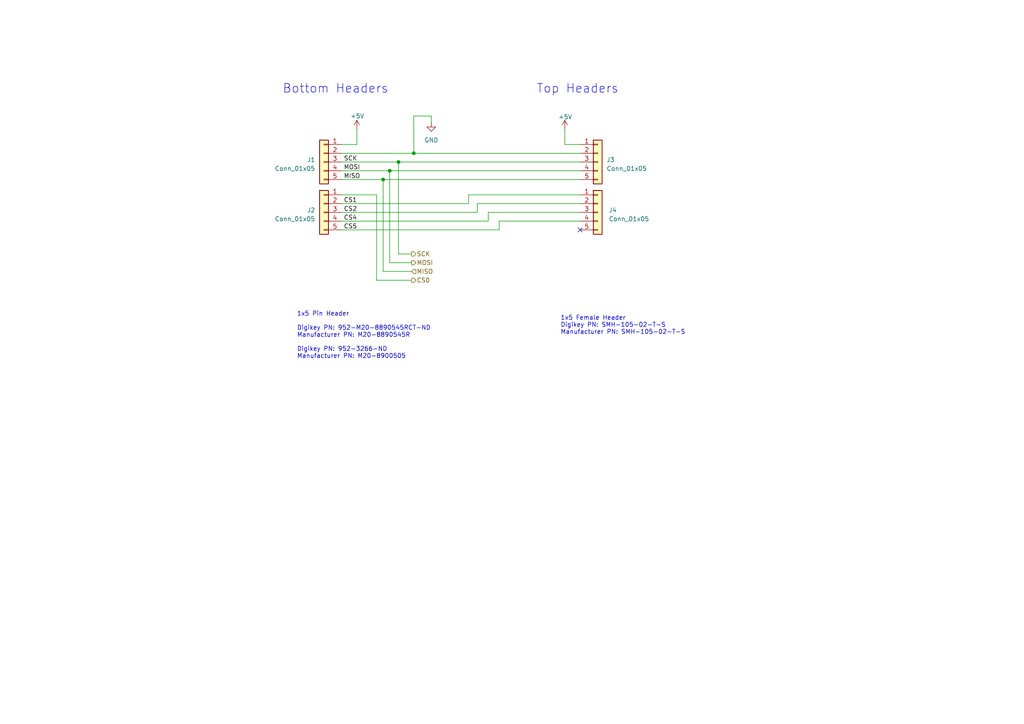
<source format=kicad_sch>
(kicad_sch (version 20230121) (generator eeschema)
  (paper "A4")
  (lib_symbols
    (symbol "Connector_Generic:Conn_01x05" (pin_names (offset 1.016) hide)
      (property "Reference" "J" (at 0 7.62 0))
      (property "Value" "Conn_01x05" (at 0 -7.62 0))
      (symbol "Conn_01x05_1_1"
        (rectangle (start -1.27 -4.953) (end 0 -5.207) (stroke (width 0.1524)))
        (rectangle (start -1.27 -2.413) (end 0 -2.667) (stroke (width 0.1524)))
        (rectangle (start -1.27 0.127) (end 0 -0.127) (stroke (width 0.1524)))
        (rectangle (start -1.27 2.667) (end 0 2.413) (stroke (width 0.1524)))
        (rectangle (start -1.27 5.207) (end 0 4.953) (stroke (width 0.1524)))
        (rectangle (start -1.27 6.35) (end 1.27 -6.35) (stroke (width 0.254)) (fill (type background)))
        (pin passive line (at -5.08 5.08 0) (length 3.81) (name "Pin_1") (number "1"))
        (pin passive line (at -5.08 2.54 0) (length 3.81) (name "Pin_2") (number "2"))
        (pin passive line (at -5.08 0 0) (length 3.81) (name "Pin_3") (number "3"))
        (pin passive line (at -5.08 -2.54 0) (length 3.81) (name "Pin_4") (number "4"))
        (pin passive line (at -5.08 -5.08 0) (length 3.81) (name "Pin_5") (number "5"))
      )
    )
    (symbol "power:+5V" (power) (pin_names (offset 0))
      (property "Value" "+5V" (at 0 3.556 0))
      (symbol "+5V_0_1"
        (polyline (pts (xy -0.762 1.27) (xy 0 2.54)))
        (polyline (pts (xy 0 0) (xy 0 2.54)))
        (polyline (pts (xy 0 2.54) (xy 0.762 1.27)))
      )
      (symbol "+5V_1_1"
        (pin power_in line (at 0 0 90) (length 0) hide (name "+5V") (number "1"))
      )
    )
    (symbol "power:GND" (power) (pin_names (offset 0))
      (property "Value" "GND" (at 0 -3.81 0))
      (symbol "GND_0_1"
        (polyline (pts (xy 0 0) (xy 0 -1.27) (xy 1.27 -1.27) (xy 0 -2.54) (xy -1.27 -1.27) (xy 0 -1.27)))
      )
      (symbol "GND_1_1"
        (pin power_in line (at 0 0 270) (length 0) hide (name "GND") (number "1"))
      )
    )
  )
  (junction (at 115.57 46.99))
  (junction (at 111.125 52.07))
  (junction (at 113.03 49.53))
  (junction (at 120.015 44.45))
  (no_connect (at 168.275 66.675))
  (wire (pts (xy 113.03 49.53) (xy 168.275 49.53)))
  (wire (pts (xy 168.275 41.91) (xy 163.83 41.91)))
  (wire (pts (xy 115.57 73.66) (xy 119.38 73.66)))
  (wire (pts (xy 138.43 61.595) (xy 138.43 59.055)))
  (wire (pts (xy 144.78 66.675) (xy 144.78 64.135)))
  (wire (pts (xy 99.06 61.595) (xy 138.43 61.595)))
  (wire (pts (xy 138.43 59.055) (xy 168.275 59.055)))
  (wire (pts (xy 144.78 64.135) (xy 168.275 64.135)))
  (wire (pts (xy 109.22 56.515) (xy 99.06 56.515)))
  (wire (pts (xy 103.505 37.465) (xy 103.505 41.91)))
  (wire (pts (xy 141.605 61.595) (xy 168.275 61.595)))
  (wire (pts (xy 111.125 78.74) (xy 119.38 78.74)))
  (wire (pts (xy 99.06 52.07) (xy 111.125 52.07)))
  (wire (pts (xy 141.605 64.135) (xy 141.605 61.595)))
  (wire (pts (xy 163.83 37.465) (xy 163.83 41.91)))
  (wire (pts (xy 125.095 33.655) (xy 125.095 35.56)))
  (wire (pts (xy 99.06 66.675) (xy 144.78 66.675)))
  (wire (pts (xy 99.06 46.99) (xy 115.57 46.99)))
  (wire (pts (xy 115.57 46.99) (xy 115.57 73.66)))
  (wire (pts (xy 111.125 52.07) (xy 168.275 52.07)))
  (wire (pts (xy 99.06 44.45) (xy 120.015 44.45)))
  (wire (pts (xy 135.89 56.515) (xy 168.275 56.515)))
  (wire (pts (xy 120.015 44.45) (xy 120.015 33.655)))
  (wire (pts (xy 99.06 49.53) (xy 113.03 49.53)))
  (wire (pts (xy 111.125 52.07) (xy 111.125 78.74)))
  (wire (pts (xy 109.22 81.28) (xy 109.22 56.515)))
  (wire (pts (xy 99.06 64.135) (xy 141.605 64.135)))
  (wire (pts (xy 119.38 81.28) (xy 109.22 81.28)))
  (wire (pts (xy 120.015 44.45) (xy 168.275 44.45)))
  (wire (pts (xy 99.06 41.91) (xy 103.505 41.91)))
  (wire (pts (xy 113.03 76.2) (xy 119.38 76.2)))
  (wire (pts (xy 99.06 59.055) (xy 135.89 59.055)))
  (wire (pts (xy 113.03 49.53) (xy 113.03 76.2)))
  (wire (pts (xy 135.89 59.055) (xy 135.89 56.515)))
  (wire (pts (xy 120.015 33.655) (xy 125.095 33.655)))
  (wire (pts (xy 115.57 46.99) (xy 168.275 46.99)))
  (text "1x5 Female Header\nDigikey PN: SMH-105-02-T-S\nManufacturer PN: SMH-105-02-T-S" (at 162.56 97.155 0) (effects (font (size 1.27 1.27)) (justify left bottom)))
  (text "Bottom Headers" (at 81.915 27.305 0) (effects (font (size 2.54 2.54)) (justify left bottom)))
  (text "1x5 Pin Header\n\nDigikey PN: 952-M20-8890545RCT-ND\nManufacturer PN: M20-8890545R\n\nDigikey PN: 952-3266-ND\nManufacturer PN: M20-8900505" (at 86.106 104.14 0) (effects (font (size 1.27 1.27)) (justify left bottom)))
  (text "Top Headers" (at 155.575 27.305 0) (effects (font (size 2.54 2.54)) (justify left bottom)))
  (label "CS2" (at 99.695 61.595 0))
  (label "MOSI" (at 99.695 49.53 0))
  (label "CS1" (at 99.695 59.055 0))
  (label "MISO" (at 99.695 52.07 0))
  (label "CS4" (at 99.695 64.135 0))
  (label "SCK" (at 99.695 46.99 0))
  (label "CS5" (at 99.695 66.675 0))
  (hierarchical_label "MISO" (shape input) (at 119.38 78.74 0))
  (hierarchical_label "CS0" (shape output) (at 119.38 81.28 0))
  (hierarchical_label "MOSI" (shape output) (at 119.38 76.2 0))
  (hierarchical_label "SCK" (shape output) (at 119.38 73.66 0))
  (symbol (lib_id "Connector_Generic:Conn_01x05") (at 93.98 61.595 0) (mirror y) (unit 1)
    (property "Reference" "J2" (at 91.44 60.96 0) (effects (justify left)))
    (property "Value" "Conn_01x05" (at 91.44 63.5 0) (effects (justify left)))
    (property "Footprint" "panel_custom:PinHeader_1x5_M20-8890545R" (effects hide))
  )
  (symbol (lib_id "power:+5V") (at 163.83 37.465 0) (unit 1)
    (property "Reference" "#PWR068" (effects hide))
    (property "Value" "+5V" (at 163.957 33.909 0))
    (instances (project "driver_cplex_rp2040" (path "" (reference "#PWR068") (unit 1)) (path "" (reference "#PWR067") (unit 1))))
  )
  (symbol (lib_id "Connector_Generic:Conn_01x05") (at 173.355 61.595 0) (unit 1)
    (property "Reference" "J4" (at 176.53 60.96 0) (effects (justify left)))
    (property "Value" "Conn_01x05" (at 176.53 63.5 0) (effects (justify left)))
  )
  (symbol (lib_id "Connector_Generic:Conn_01x05") (at 173.355 46.99 0) (unit 1)
    (property "Reference" "J3" (at 175.895 46.355 0) (effects (justify left)))
    (property "Value" "Conn_01x05" (at 175.895 48.895 0) (effects (justify left)))
  )
  (symbol (lib_id "power:GND") (at 125.095 35.56 0) (unit 1)
    (property "Reference" "#PWR067" (effects hide))
    (property "Value" "GND" (at 125.095 40.64 0))
    (instances (project "driver_cplex_rp2040" (path "" (reference "#PWR067") (unit 1)) (path "" (reference "#PWR068") (unit 1))))
  )
  (symbol (lib_id "power:+5V") (at 103.505 37.465 0) (mirror y) (unit 1)
    (property "Reference" "#PWR055" (effects hide))
    (property "Value" "+5V" (at 103.632 33.655 0))
  )
  (symbol (lib_id "Connector_Generic:Conn_01x05") (at 93.98 46.99 0) (mirror y) (unit 1)
    (property "Reference" "J1" (at 91.44 46.355 0) (effects (justify left)))
    (property "Value" "Conn_01x05" (at 91.44 48.895 0) (effects (justify left)))
    (property "Footprint" "panel_custom:PinHeader_1x5_M20-8890545R" (effects hide))
  )
)
</source>
